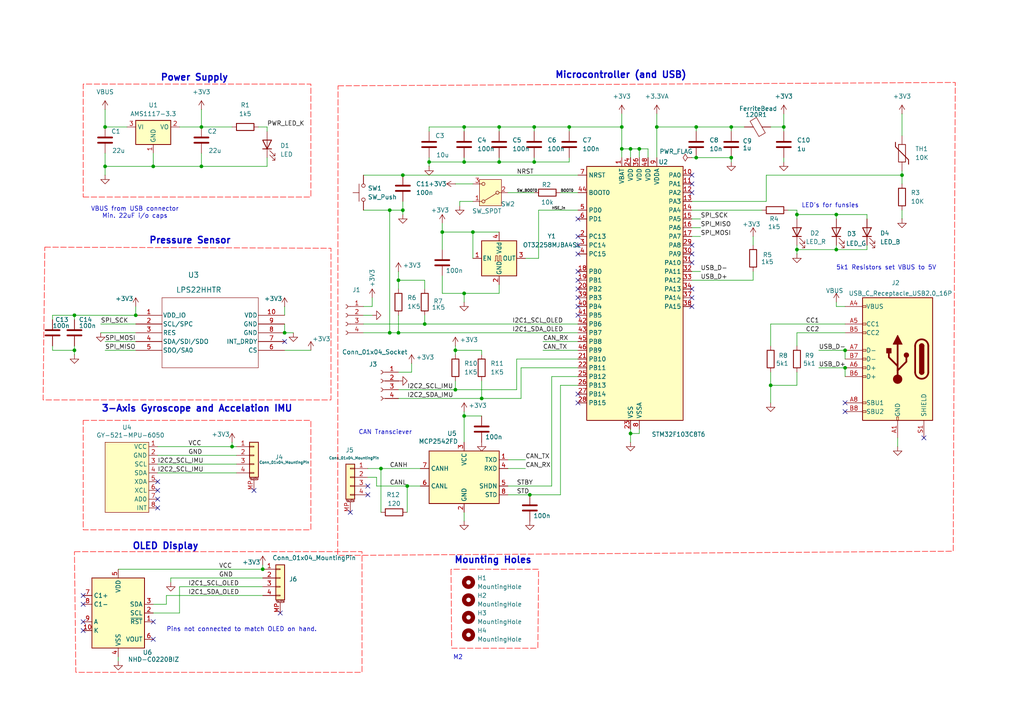
<source format=kicad_sch>
(kicad_sch (version 20250114) (generator "eeschema") (generator_version "9.0")
  (paper "A4")
  (title_block (title "EcoCar Onboarding PCB") (date "2025-09-13") (rev "0.2") (company "EcoCar"))
  (text "Pressure Sensor\n" (at 55.118 69.85 0) (effects (font (size 1.905 1.905) (thickness 0.381) (bold yes))))
  (text "OLED Display\n" (at 48.006 158.496 0) (effects (font (size 1.905 1.905) (thickness 0.381) (bold yes))))
  (text "Mounting Holes" (at 143.002 162.56 0) (effects (font (size 1.905 1.905) (thickness 0.381) (bold yes))))
  (text "Pins not connected to match OLED on hand.\n" (at 70.104 182.626 0) (effects (font (size 1.27 1.27) (thickness 0.1588))))
  (text "Microcontroller (and USB)\n" (at 180.086 21.844 0) (effects (font (size 1.905 1.905) (thickness 0.381) (bold yes))))
  (text "LED's for funsies\n" (at 240.792 59.69 0) (effects (font (size 1.27 1.27))))
  (text "Power Supply\n" (at 56.388 22.606 0) (effects (font (size 1.905 1.905) (thickness 0.381) (bold yes))))
  (text "VBUS from USB connector\nMin. 22uF i/o caps\n" (at 39.116 61.722 0) (effects (font (size 1.27 1.27))))
  (text "M2\n" (at 132.842 190.754 0) (effects (font (size 1.27 1.27) (thickness 0.1588))))
  (text "CAN Transciever" (at 111.76 125.476 0) (effects (font (size 1.27 1.27))))
  (text "3-Axis Gyroscope and Accelation IMU\n\n" (at 57.15 120.142 0) (effects (font (size 1.905 1.905) (thickness 0.381) (bold yes))))
  (text "5k1 Resistors set VBUS to 5V\n" (at 257.048 77.724 0) (effects (font (size 1.27 1.27))))
  (junction (at 144.78 46.99))
  (junction (at 110.49 135.89))
  (junction (at 154.94 46.99))
  (junction (at 132.08 101.6))
  (junction (at 212.09 45.72))
  (junction (at 30.48 36.83))
  (junction (at 113.03 60.96))
  (junction (at 21.59 91.44))
  (junction (at 134.62 36.83))
  (junction (at 245.11 106.68))
  (junction (at 242.57 72.39))
  (junction (at 231.14 62.23))
  (junction (at 58.42 48.26))
  (junction (at 30.48 48.26))
  (junction (at 113.03 96.52))
  (junction (at 134.62 85.09))
  (junction (at 201.93 45.72))
  (junction (at 115.57 81.28))
  (junction (at 182.88 125.73))
  (junction (at 182.88 43.18))
  (junction (at 134.62 120.65))
  (junction (at 58.42 36.83))
  (junction (at 39.37 91.44))
  (junction (at 128.27 67.31))
  (junction (at 44.45 48.26))
  (junction (at 212.09 36.83))
  (junction (at 261.62 50.8))
  (junction (at 137.16 67.31))
  (junction (at 165.1 36.83))
  (junction (at 124.46 46.99))
  (junction (at 132.08 113.03))
  (junction (at 144.78 36.83))
  (junction (at 242.57 62.23))
  (junction (at 227.33 36.83))
  (junction (at 134.62 46.99))
  (junction (at 118.11 140.97))
  (junction (at 116.84 60.96))
  (junction (at 223.52 111.76))
  (junction (at 201.93 36.83))
  (junction (at 153.67 143.51))
  (junction (at 139.7 115.57))
  (junction (at 154.94 36.83))
  (junction (at 180.34 43.18))
  (junction (at 116.84 50.8))
  (junction (at 82.55 96.52))
  (junction (at 245.11 101.6))
  (junction (at 231.14 72.39))
  (junction (at 190.5 36.83))
  (junction (at 185.42 43.18))
  (junction (at 123.19 93.98))
  (junction (at 76.2 165.1))
  (junction (at 21.59 101.6))
  (junction (at 180.34 36.83))
  (junction (at 67.31 129.54))
  (junction (at 115.57 96.52))
  (no_connect (at 44.45 185.42))
  (no_connect (at 200.66 73.66))
  (no_connect (at 167.64 116.84))
  (no_connect (at 106.68 140.97))
  (no_connect (at 167.64 86.36))
  (no_connect (at 167.64 81.28))
  (no_connect (at 101.6 148.59))
  (no_connect (at 24.13 180.34))
  (no_connect (at 167.64 83.82))
  (no_connect (at 200.66 88.9))
  (no_connect (at 200.66 83.82))
  (no_connect (at 45.72 142.24))
  (no_connect (at 81.28 177.8))
  (no_connect (at 167.64 71.12))
  (no_connect (at 200.66 55.88))
  (no_connect (at 167.64 78.74))
  (no_connect (at 167.64 91.44))
  (no_connect (at 200.66 76.2))
  (no_connect (at 82.55 99.06))
  (no_connect (at 200.66 53.34))
  (no_connect (at 200.66 71.12))
  (no_connect (at 245.11 116.84))
  (no_connect (at 200.66 86.36))
  (no_connect (at 106.68 143.51))
  (no_connect (at 167.64 63.5))
  (no_connect (at 167.64 68.58))
  (no_connect (at 73.66 142.24))
  (no_connect (at 45.72 144.78))
  (no_connect (at 167.64 114.3))
  (no_connect (at 45.72 139.7))
  (no_connect (at 200.66 50.8))
  (no_connect (at 167.64 88.9))
  (no_connect (at 24.13 172.72))
  (no_connect (at 45.72 147.32))
  (no_connect (at 24.13 182.88))
  (no_connect (at 245.11 119.38))
  (no_connect (at 44.45 180.34))
  (no_connect (at 167.64 73.66))
  (no_connect (at 267.97 127))
  (no_connect (at 24.13 175.26))
  (wire (pts (xy 52.07 170.18) (xy 52.07 177.8)))
  (wire (pts (xy 116.84 58.42) (xy 116.84 60.96)))
  (wire (pts (xy 242.57 62.23) (xy 242.57 63.5)))
  (wire (pts (xy 144.78 46.99) (xy 154.94 46.99)))
  (wire (pts (xy 200.66 78.74) (xy 203.2 78.74)))
  (wire (pts (xy 200.66 45.72) (xy 201.93 45.72)))
  (wire (pts (xy 251.46 72.39) (xy 242.57 72.39)))
  (wire (pts (xy 58.42 36.83) (xy 67.31 36.83)))
  (wire (pts (xy 261.62 50.8) (xy 222.25 50.8)))
  (wire (pts (xy 128.27 67.31) (xy 137.16 67.31)))
  (wire (pts (xy 245.11 101.6) (xy 245.11 104.14)))
  (wire (pts (xy 139.7 110.49) (xy 139.7 115.57)))
  (wire (pts (xy 157.48 99.06) (xy 167.64 99.06)))
  (wire (pts (xy 147.32 133.35) (xy 152.4 133.35)))
  (wire (pts (xy 180.34 43.18) (xy 180.34 45.72)))
  (wire (pts (xy 115.57 107.95) (xy 119.38 107.95)))
  (wire (pts (xy 124.46 46.99) (xy 124.46 48.26)))
  (wire (pts (xy 82.55 88.9) (xy 82.55 91.44)))
  (wire (pts (xy 115.57 113.03) (xy 132.08 113.03)))
  (wire (pts (xy 30.48 101.6) (xy 39.37 101.6)))
  (wire (pts (xy 180.34 33.02) (xy 180.34 36.83)))
  (wire (pts (xy 182.88 43.18) (xy 185.42 43.18)))
  (wire (pts (xy 227.33 45.72) (xy 227.33 46.99)))
  (wire (pts (xy 147.32 55.88) (xy 154.94 55.88)))
  (wire (pts (xy 52.07 177.8) (xy 44.45 177.8)))
  (wire (pts (xy 144.78 36.83) (xy 134.62 36.83)))
  (wire (pts (xy 132.08 100.33) (xy 132.08 101.6)))
  (wire (pts (xy 151.13 106.68) (xy 167.64 106.68)))
  (wire (pts (xy 242.57 71.12) (xy 242.57 72.39)))
  (wire (pts (xy 182.88 125.73) (xy 185.42 125.73)))
  (wire (pts (xy 52.07 36.83) (xy 58.42 36.83)))
  (wire (pts (xy 123.19 93.98) (xy 167.64 93.98)))
  (wire (pts (xy 200.66 66.04) (xy 203.2 66.04)))
  (wire (pts (xy 39.37 88.9) (xy 39.37 91.44)))
  (wire (pts (xy 109.22 140.97) (xy 118.11 140.97)))
  (wire (pts (xy 15.24 101.6) (xy 15.24 100.33)))
  (wire (pts (xy 151.13 106.68) (xy 151.13 115.57)))
  (wire (pts (xy 144.78 46.99) (xy 134.62 46.99)))
  (wire (pts (xy 109.22 138.43) (xy 106.68 138.43)))
  (wire (pts (xy 105.41 88.9) (xy 107.95 88.9)))
  (wire (pts (xy 82.55 96.52) (xy 85.09 96.52)))
  (wire (pts (xy 30.48 48.26) (xy 30.48 50.8)))
  (wire (pts (xy 167.64 109.22) (xy 160.02 109.22)))
  (wire (pts (xy 156.21 60.96) (xy 167.64 60.96)))
  (wire (pts (xy 29.21 96.52) (xy 39.37 96.52)))
  (wire (pts (xy 156.21 60.96) (xy 156.21 74.93)))
  (wire (pts (xy 231.14 96.52) (xy 245.11 96.52)))
  (wire (pts (xy 113.03 96.52) (xy 113.03 60.96)))
  (wire (pts (xy 223.52 93.98) (xy 223.52 100.33)))
  (wire (pts (xy 139.7 101.6) (xy 139.7 102.87)))
  (wire (pts (xy 132.08 113.03) (xy 149.86 113.03)))
  (wire (pts (xy 261.62 50.8) (xy 261.62 53.34)))
  (wire (pts (xy 109.22 140.97) (xy 109.22 138.43)))
  (wire (pts (xy 128.27 72.39) (xy 128.27 67.31)))
  (wire (pts (xy 223.52 111.76) (xy 231.14 111.76)))
  (wire (pts (xy 153.67 143.51) (xy 162.56 143.51)))
  (wire (pts (xy 182.88 125.73) (xy 182.88 124.46)))
  (wire (pts (xy 45.72 134.62) (xy 68.58 134.62)))
  (wire (pts (xy 154.94 36.83) (xy 154.94 38.1)))
  (wire (pts (xy 242.57 87.63) (xy 242.57 88.9)))
  (wire (pts (xy 165.1 36.83) (xy 165.1 38.1)))
  (wire (pts (xy 180.34 43.18) (xy 182.88 43.18)))
  (wire (pts (xy 134.62 46.99) (xy 124.46 46.99)))
  (wire (pts (xy 134.62 45.72) (xy 134.62 46.99)))
  (wire (pts (xy 15.24 101.6) (xy 21.59 101.6)))
  (wire (pts (xy 223.52 107.95) (xy 223.52 111.76)))
  (wire (pts (xy 116.84 62.23) (xy 116.84 60.96)))
  (wire (pts (xy 237.49 106.68) (xy 245.11 106.68)))
  (wire (pts (xy 147.32 143.51) (xy 153.67 143.51)))
  (wire (pts (xy 152.4 74.93) (xy 156.21 74.93)))
  (wire (pts (xy 231.14 73.66) (xy 231.14 72.39)))
  (wire (pts (xy 105.41 91.44) (xy 107.95 91.44)))
  (wire (pts (xy 167.64 101.6) (xy 157.48 101.6)))
  (wire (pts (xy 116.84 50.8) (xy 167.64 50.8)))
  (wire (pts (xy 231.14 62.23) (xy 242.57 62.23)))
  (wire (pts (xy 77.47 45.72) (xy 77.47 48.26)))
  (wire (pts (xy 128.27 64.77) (xy 128.27 67.31)))
  (wire (pts (xy 200.66 63.5) (xy 203.2 63.5)))
  (wire (pts (xy 15.24 91.44) (xy 15.24 92.71)))
  (wire (pts (xy 15.24 91.44) (xy 21.59 91.44)))
  (wire (pts (xy 49.53 167.64) (xy 76.2 167.64)))
  (wire (pts (xy 185.42 125.73) (xy 185.42 124.46)))
  (wire (pts (xy 124.46 36.83) (xy 124.46 38.1)))
  (wire (pts (xy 45.72 137.16) (xy 68.58 137.16)))
  (wire (pts (xy 74.93 36.83) (xy 77.47 36.83)))
  (wire (pts (xy 182.88 43.18) (xy 182.88 45.72)))
  (wire (pts (xy 44.45 48.26) (xy 58.42 48.26)))
  (wire (pts (xy 133.35 58.42) (xy 137.16 58.42)))
  (wire (pts (xy 132.08 101.6) (xy 132.08 102.87)))
  (wire (pts (xy 134.62 120.65) (xy 139.7 120.65)))
  (wire (pts (xy 231.14 72.39) (xy 231.14 71.12)))
  (wire (pts (xy 106.68 135.89) (xy 110.49 135.89)))
  (wire (pts (xy 187.96 43.18) (xy 187.96 45.72)))
  (wire (pts (xy 48.26 172.72) (xy 48.26 175.26)))
  (wire (pts (xy 134.62 36.83) (xy 134.62 38.1)))
  (wire (pts (xy 134.62 120.65) (xy 134.62 119.38)))
  (wire (pts (xy 132.08 53.34) (xy 137.16 53.34)))
  (wire (pts (xy 227.33 33.02) (xy 227.33 36.83)))
  (wire (pts (xy 218.44 78.74) (xy 218.44 81.28)))
  (wire (pts (xy 227.33 36.83) (xy 223.52 36.83)))
  (wire (pts (xy 223.52 111.76) (xy 223.52 116.84)))
  (wire (pts (xy 160.02 109.22) (xy 160.02 140.97)))
  (wire (pts (xy 45.72 132.08) (xy 68.58 132.08)))
  (wire (pts (xy 231.14 62.23) (xy 231.14 63.5)))
  (wire (pts (xy 190.5 36.83) (xy 190.5 45.72)))
  (wire (pts (xy 200.66 81.28) (xy 218.44 81.28)))
  (wire (pts (xy 231.14 100.33) (xy 231.14 96.52)))
  (wire (pts (xy 132.08 101.6) (xy 139.7 101.6)))
  (wire (pts (xy 167.64 111.76) (xy 162.56 111.76)))
  (wire (pts (xy 137.16 67.31) (xy 137.16 74.93)))
  (wire (pts (xy 105.41 93.98) (xy 123.19 93.98)))
  (wire (pts (xy 76.2 163.83) (xy 76.2 165.1)))
  (wire (pts (xy 58.42 44.45) (xy 58.42 48.26)))
  (wire (pts (xy 223.52 93.98) (xy 245.11 93.98)))
  (wire (pts (xy 132.08 110.49) (xy 132.08 113.03)))
  (wire (pts (xy 144.78 82.55) (xy 144.78 85.09)))
  (wire (pts (xy 44.45 44.45) (xy 44.45 48.26)))
  (wire (pts (xy 119.38 105.41) (xy 119.38 107.95)))
  (wire (pts (xy 201.93 36.83) (xy 201.93 38.1)))
  (wire (pts (xy 212.09 36.83) (xy 215.9 36.83)))
  (wire (pts (xy 149.86 104.14) (xy 167.64 104.14)))
  (wire (pts (xy 21.59 101.6) (xy 21.59 100.33)))
  (wire (pts (xy 128.27 85.09) (xy 134.62 85.09)))
  (wire (pts (xy 115.57 115.57) (xy 139.7 115.57)))
  (wire (pts (xy 113.03 60.96) (xy 116.84 60.96)))
  (wire (pts (xy 261.62 33.02) (xy 261.62 39.37)))
  (wire (pts (xy 228.6 60.96) (xy 231.14 60.96)))
  (wire (pts (xy 190.5 36.83) (xy 201.93 36.83)))
  (wire (pts (xy 165.1 36.83) (xy 154.94 36.83)))
  (wire (pts (xy 251.46 62.23) (xy 251.46 63.5)))
  (wire (pts (xy 261.62 49.53) (xy 261.62 50.8)))
  (wire (pts (xy 21.59 102.87) (xy 21.59 101.6)))
  (wire (pts (xy 105.41 50.8) (xy 116.84 50.8)))
  (wire (pts (xy 34.29 165.1) (xy 76.2 165.1)))
  (wire (pts (xy 34.29 190.5) (xy 34.29 191.77)))
  (wire (pts (xy 137.16 67.31) (xy 144.78 67.31)))
  (wire (pts (xy 251.46 71.12) (xy 251.46 72.39)))
  (wire (pts (xy 110.49 135.89) (xy 121.92 135.89)))
  (wire (pts (xy 115.57 83.82) (xy 115.57 81.28)))
  (wire (pts (xy 185.42 43.18) (xy 185.42 45.72)))
  (wire (pts (xy 144.78 36.83) (xy 154.94 36.83)))
  (wire (pts (xy 231.14 60.96) (xy 231.14 62.23)))
  (wire (pts (xy 113.03 96.52) (xy 115.57 96.52)))
  (wire (pts (xy 190.5 33.02) (xy 190.5 36.83)))
  (wire (pts (xy 58.42 31.75) (xy 58.42 36.83)))
  (wire (pts (xy 123.19 81.28) (xy 115.57 81.28)))
  (wire (pts (xy 21.59 91.44) (xy 39.37 91.44)))
  (wire (pts (xy 260.35 127) (xy 260.35 129.54)))
  (wire (pts (xy 162.56 55.88) (xy 167.64 55.88)))
  (wire (pts (xy 222.25 58.42) (xy 200.66 58.42)))
  (wire (pts (xy 82.55 101.6) (xy 90.17 101.6)))
  (wire (pts (xy 118.11 140.97) (xy 121.92 140.97)))
  (wire (pts (xy 231.14 107.95) (xy 231.14 111.76)))
  (wire (pts (xy 107.95 86.36) (xy 107.95 88.9)))
  (wire (pts (xy 115.57 91.44) (xy 115.57 96.52)))
  (wire (pts (xy 144.78 45.72) (xy 144.78 46.99)))
  (wire (pts (xy 110.49 135.89) (xy 110.49 148.59)))
  (wire (pts (xy 165.1 46.99) (xy 154.94 46.99)))
  (wire (pts (xy 201.93 36.83) (xy 212.09 36.83)))
  (wire (pts (xy 144.78 36.83) (xy 144.78 38.1)))
  (wire (pts (xy 115.57 78.74) (xy 115.57 81.28)))
  (wire (pts (xy 212.09 45.72) (xy 212.09 46.99)))
  (wire (pts (xy 134.62 151.13) (xy 134.62 148.59)))
  (wire (pts (xy 115.57 96.52) (xy 167.64 96.52)))
  (wire (pts (xy 30.48 36.83) (xy 36.83 36.83)))
  (wire (pts (xy 49.53 167.64) (xy 49.53 168.91)))
  (wire (pts (xy 134.62 120.65) (xy 134.62 128.27)))
  (wire (pts (xy 261.62 60.96) (xy 261.62 63.5)))
  (wire (pts (xy 134.62 85.09) (xy 144.78 85.09)))
  (wire (pts (xy 227.33 36.83) (xy 227.33 38.1)))
  (wire (pts (xy 67.31 128.27) (xy 67.31 129.54)))
  (wire (pts (xy 68.58 129.54) (xy 67.31 129.54)))
  (wire (pts (xy 30.48 48.26) (xy 44.45 48.26)))
  (wire (pts (xy 185.42 43.18) (xy 187.96 43.18)))
  (wire (pts (xy 118.11 140.97) (xy 118.11 148.59)))
  (wire (pts (xy 180.34 36.83) (xy 180.34 43.18)))
  (wire (pts (xy 182.88 125.73) (xy 182.88 128.27)))
  (wire (pts (xy 180.34 36.83) (xy 165.1 36.83)))
  (wire (pts (xy 30.48 44.45) (xy 30.48 48.26)))
  (wire (pts (xy 154.94 45.72) (xy 154.94 46.99)))
  (wire (pts (xy 123.19 91.44) (xy 123.19 93.98)))
  (wire (pts (xy 162.56 111.76) (xy 162.56 143.51)))
  (wire (pts (xy 67.31 129.54) (xy 45.72 129.54)))
  (wire (pts (xy 242.57 72.39) (xy 231.14 72.39)))
  (wire (pts (xy 222.25 50.8) (xy 222.25 58.42)))
  (wire (pts (xy 200.66 60.96) (xy 220.98 60.96)))
  (wire (pts (xy 147.32 135.89) (xy 152.4 135.89)))
  (wire (pts (xy 77.47 36.83) (xy 77.47 38.1)))
  (wire (pts (xy 128.27 80.01) (xy 128.27 85.09)))
  (wire (pts (xy 237.49 101.6) (xy 245.11 101.6)))
  (wire (pts (xy 165.1 45.72) (xy 165.1 46.99)))
  (wire (pts (xy 82.55 93.98) (xy 82.55 96.52)))
  (wire (pts (xy 105.41 60.96) (xy 113.03 60.96)))
  (wire (pts (xy 29.21 93.98) (xy 39.37 93.98)))
  (wire (pts (xy 200.66 68.58) (xy 203.2 68.58)))
  (wire (pts (xy 245.11 106.68) (xy 245.11 109.22)))
  (wire (pts (xy 134.62 36.83) (xy 124.46 36.83)))
  (wire (pts (xy 134.62 85.09) (xy 134.62 87.63)))
  (wire (pts (xy 133.35 59.69) (xy 133.35 58.42)))
  (wire (pts (xy 30.48 31.75) (xy 30.48 36.83)))
  (wire (pts (xy 123.19 83.82) (xy 123.19 81.28)))
  (wire (pts (xy 139.7 115.57) (xy 151.13 115.57)))
  (wire (pts (xy 48.26 172.72) (xy 76.2 172.72)))
  (wire (pts (xy 77.47 48.26) (xy 58.42 48.26)))
  (wire (pts (xy 212.09 36.83) (xy 212.09 38.1)))
  (wire (pts (xy 21.59 91.44) (xy 21.59 92.71)))
  (wire (pts (xy 218.44 68.58) (xy 218.44 71.12)))
  (wire (pts (xy 201.93 45.72) (xy 212.09 45.72)))
  (wire (pts (xy 52.07 170.18) (xy 76.2 170.18)))
  (wire (pts (xy 242.57 62.23) (xy 251.46 62.23)))
  (wire (pts (xy 30.48 99.06) (xy 39.37 99.06)))
  (wire (pts (xy 242.57 88.9) (xy 245.11 88.9)))
  (wire (pts (xy 147.32 140.97) (xy 160.02 140.97)))
  (wire (pts (xy 149.86 113.03) (xy 149.86 104.14)))
  (wire (pts (xy 105.41 96.52) (xy 113.03 96.52)))
  (wire (pts (xy 48.26 175.26) (xy 44.45 175.26)))
  (wire (pts (xy 124.46 45.72) (xy 124.46 46.99)))
  (label "SPI_SCK" (at 29.21 93.98 0))
  (label "CANH" (at 113.03 135.89 0))
  (label "GND" (at 54.61 132.08 0))
  (label "SPI_MOSI" (at 203.2 68.58 0))
  (label "CC1" (at 233.68 93.98 0))
  (label "I2C2_SCL_IMU" (at 45.72 134.62 0))
  (label "CAN_RX" (at 152.4 135.89 0))
  (label "CC2" (at 233.68 96.52 0))
  (label "USB_D+" (at 203.2 81.28 0))
  (label "USB_D-" (at 237.49 101.6 0))
  (label "CAN_RX" (at 157.48 99.06 0))
  (label "PWR_LED_K" (at 77.47 36.83 0))
  (label "SPI_MISO" (at 30.48 101.6 0))
  (label "GND" (at 63.5 167.64 0))
  (label "I2C1_SDA_OLED" (at 148.59 96.52 0))
  (label "SPI_MISO" (at 203.2 66.04 0))
  (label "CAN_TX" (at 157.48 101.6 0))
  (label "I2C1_SDA_OLED" (at 54.61 172.72 0))
  (label "I2C2_SCL_IMU" (at 118.11 113.03 0))
  (label "USB_D-" (at 203.2 78.74 0))
  (label "CAN_TX" (at 152.4 133.35 0))
  (label "HSE_in" (at 160.02 60.96 0) (effects (font (size 0.762 0.762))))
  (label "I2C2_SCL_IMU" (at 45.72 137.16 0))
  (label "STD" (at 149.86 143.51 0))
  (label "SPI_MOSI" (at 30.48 99.06 0))
  (label "USB_D+" (at 237.49 106.68 0))
  (label "CANL" (at 113.03 140.97 0))
  (label "BOOT0" (at 162.56 55.88 0) (effects (font (size 0.762 0.762))))
  (label "SW_BOOT0" (at 149.86 55.88 0) (effects (font (size 0.762 0.762))))
  (label "I2C1_SCL_OLED" (at 148.59 93.98 0))
  (label "I2C1_SCL_OLED" (at 54.61 170.18 0))
  (label "VCC" (at 63.5 165.1 0))
  (label "VCC" (at 54.61 129.54 0))
  (label "NRST" (at 149.86 50.8 0))
  (label "SPI_SCK" (at 203.2 63.5 0))
  (label "STBY" (at 149.86 140.97 0))
  (label "I2C2_SDA_IMU" (at 118.11 115.57 0))
  (rule_area (polyline (pts (xy 24.13 57.15) (xy 90.17 57.15) (xy 90.17 24.384) (xy 24.13 24.384)) (stroke (width 0) (type dash))))
  (rule_area (polyline (pts (xy 13 71.68) (xy 96 72) (xy 96 116) (xy 12.5 116)) (stroke (width 0) (type dash))))
  (rule_area (polyline (pts (xy 98.0422 24.8934) (xy 277.064 23.914) (xy 276.4715 159.873) (xy 97.9577 161.1064)) (stroke (width 0) (type dash))))
  (rule_area (polyline (pts (xy 24.13 121.92) (xy 90.17 121.92) (xy 90.17 153.67) (xy 24.13 153.67)) (stroke (width 0) (type dash))))
  (rule_area (polyline (pts (xy 21.59 160.02) (xy 105 160) (xy 105 195) (xy 22 195)) (stroke (width 0) (type dash))))
  (rule_area (polyline (pts (xy 130.81 165.1) (xy 131 188) (xy 156 188) (xy 156.21 165.1)) (stroke (width 0) (type dash))))
  (symbol (lib_id "Device:C") (at 165.1 41.91 0) (unit 1)
    (property "Reference" "C7" (at 168.91 40.6399 0) (effects (justify left)))
    (property "Value" "100n" (at 168.91 43.1799 0) (effects (justify left)))
    (property "Footprint" "Capacitor_SMD:C_0805_2012Metric_Pad1.18x1.45mm_HandSolder" (effects (hide yes)))
    (property "Description" "Unpolarized capacitor" (effects (hide yes)))
  )
  (symbol (lib_id "power:GND") (at 21.59 102.87 0) (unit 1)
    (property "Reference" "#PWR029" (effects (hide yes)))
    (property "Value" "GND" (effects (hide yes)))
    (property "Description" "Power symbol creates a global label with name \"GND\" , ground" (effects (hide yes)))
  )
  (symbol (lib_id "Device:Thermistor") (at 261.62 44.45 0) (unit 1)
    (property "Reference" "TH1" (at 265.43 43.1799 0) (effects (justify left)))
    (property "Value" "10K" (at 265.43 45.7199 0) (effects (justify left)))
    (property "Footprint" "LED_THT:LED_D4.0mm" (effects (hide yes)))
    (property "Description" "Temperature dependent resistor" (effects (hide yes)))
  )
  (symbol (lib_id "MCU_ST_STM32F1:STM32F103C8Tx") (at 182.88 86.36 0) (unit 1)
    (property "Reference" "U2" (at 191.008 46.99 0) (effects (justify left)))
    (property "Value" "STM32F103C8T6" (at 188.976 125.984 0) (effects (justify left)))
    (property "Footprint" "Package_QFP:LQFP-48_7x7mm_P0.5mm" (effects (hide yes)))
    (property "Datasheet" "https://www.st.com/resource/en/datasheet/stm32f103c8.pdf" (effects (hide yes)))
    (property "Description" "STMicroelectronics Arm Cortex-M3 MCU, 64KB flash, 20KB RAM, 72 MHz, 2.0-3.6V, 37 GPIO, LQFP48" (effects (hide yes)))
  )
  (symbol (lib_id "Device:LED") (at 251.46 67.31 90) (unit 1)
    (property "Reference" "D4" (at 255.27 67.6274 90) (effects (justify right)))
    (property "Value" "LED_B" (at 255.27 70.1674 90) (effects (justify right)))
    (property "Footprint" "LED_SMD:LED_0603_1608Metric_Pad1.05x0.95mm_HandSolder" (effects (hide yes)))
    (property "Description" "Light emitting diode" (effects (hide yes)))
    (property "Sim.Pins" "1=K 2=A" (effects (hide yes)))
  )
  (symbol (lib_id "power:GND") (at 260.35 129.54 0) (unit 1)
    (property "Reference" "#PWR036" (effects (hide yes)))
    (property "Value" "GND" (effects (hide yes)))
    (property "Description" "Power symbol creates a global label with name \"GND\" , ground" (effects (hide yes)))
  )
  (symbol (lib_id "power:GND") (at 134.62 87.63 0) (unit 1)
    (property "Reference" "#PWR020" (effects (hide yes)))
    (property "Value" "GND" (effects (hide yes)))
    (property "Description" "Power symbol creates a global label with name \"GND\" , ground" (effects (hide yes)))
  )
  (symbol (lib_id "Connector:USB_C_Receptacle_USB2.0_16P") (at 260.35 104.14 0) (mirror y) (unit 1)
    (property "Reference" "J2" (at 258.572 82.042 0) (effects (justify right)))
    (property "Value" "USB_C_Receptacle_USB2.0_16P" (at 246.126 85.09 0) (effects (justify right)))
    (property "Footprint" "Connector_USB:USB_C_Receptacle_Palconn_UTC16-G" (effects (hide yes)))
    (property "Datasheet" "https://www.usb.org/sites/default/files/documents/usb_type-c.zip" (effects (hide yes)))
    (property "Description" "USB 2.0-only 16P Type-C Receptacle connector" (effects (hide yes)))
  )
  (symbol (lib_id "Device:C") (at 212.09 41.91 0) (unit 1)
    (property "Reference" "C9" (at 215.392 40.894 0) (effects (justify left)))
    (property "Value" "1u" (at 215.392 42.926 0) (effects (justify left)))
    (property "Footprint" "Capacitor_SMD:C_0805_2012Metric_Pad1.18x1.45mm_HandSolder" (effects (hide yes)))
    (property "Description" "Unpolarized capacitor" (effects (hide yes)))
  )
  (symbol (lib_id "power:GND") (at 85.09 96.52 0) (unit 1)
    (property "Reference" "#PWR026" (effects (hide yes)))
    (property "Value" "GND" (effects (hide yes)))
    (property "Description" "Power symbol creates a global label with name \"GND\" , ground" (effects (hide yes)))
  )
  (symbol (lib_id "Connector_Generic_MountingPin:Conn_01x04_MountingPin") (at 73.66 132.08 0) (unit 1)
    (property "Reference" "J4" (at 79.756 132.588 0) (effects (justify left)))
    (property "Value" "Conn_01x04_MountingPin" (at 75.184 134.112 0) (effects (font (size 0.762 0.762)) (justify left)))
    (property "Description" "Generic connectable mounting pin connector, single row, 01x04, script generated (kicad-library-utils/schlib/autogen/connector/)" (effects (hide yes)))
  )
  (symbol (lib_id "Mechanical:MountingHole") (at 135.89 168.91 0) (unit 1) (in_bom no)
    (property "Reference" "H1" (at 138.43 167.6399 0) (effects (justify left)))
    (property "Value" "MountingHole" (at 138.43 170.1799 0) (effects (justify left)))
    (property "Footprint" "MountingHole:MountingHole_2.2mm_M2" (effects (hide yes)))
    (property "Description" "Mounting Hole without connection" (effects (hide yes)))
  )
  (symbol (lib_id "Device:R") (at 158.75 55.88 90) (unit 1)
    (property "Reference" "R2" (at 158.496 53.594 90))
    (property "Value" "10k" (at 158.75 58.674 90))
    (property "Footprint" "Resistor_SMD:R_0805_2012Metric_Pad1.20x1.40mm_HandSolder" (effects (hide yes)))
    (property "Description" "Resistor" (effects (hide yes)))
  )
  (symbol (lib_id "power:GND") (at 107.95 91.44 90) (unit 1)
    (property "Reference" "#PWR024" (effects (hide yes)))
    (property "Value" "GND" (effects (hide yes)))
    (property "Description" "Power symbol creates a global label with name \"GND\" , ground" (effects (hide yes)))
  )
  (symbol (lib_id "Device:R") (at 115.57 87.63 0) (unit 1)
    (property "Reference" "R6" (at 118.11 86.3599 0) (effects (justify left)))
    (property "Value" "1K5" (at 118.11 88.8999 0) (effects (justify left)))
    (property "Footprint" "Resistor_SMD:R_0805_2012Metric_Pad1.20x1.40mm_HandSolder" (effects (hide yes)))
    (property "Description" "Resistor" (effects (hide yes)))
  )
  (symbol (lib_id "power:GND") (at 139.7 128.27 0) (unit 1)
    (property "Reference" "#PWR042" (effects (hide yes)))
    (property "Value" "GND" (effects (hide yes)))
    (property "Description" "Power symbol creates a global label with name \"GND\" , ground" (effects (hide yes)))
  )
  (symbol (lib_id "power:+3V3") (at 218.44 68.58 0) (unit 1)
    (property "Reference" "#PWR016" (effects (hide yes)))
    (property "Value" "+3V3" (at 217.932 65.024 0))
    (property "Description" "Power symbol creates a global label with name \"+3V3\"" (effects (hide yes)))
  )
  (symbol (lib_id "power:+3V3") (at 134.62 119.38 0) (unit 1)
    (property "Reference" "#PWR033" (effects (hide yes)))
    (property "Value" "+3V3" (at 135.89 117.602 0) (effects (justify left)))
    (property "Description" "Power symbol creates a global label with name \"+3V3\"" (effects (hide yes)))
  )
  (symbol (lib_id "Switch:SW_SPDT") (at 142.24 55.88 180) (unit 1)
    (property "Reference" "SW2" (at 147.32 59.182 0))
    (property "Value" "SW_SPDT" (at 141.224 61.214 0))
    (property "Footprint" "Button_Switch_SMD:SW_SPDT_CK_JS102011SAQN" (effects (hide yes)))
    (property "Description" "Switch, single pole double throw" (effects (hide yes)))
  )
  (symbol (lib_id "Device:C") (at 134.62 41.91 0) (unit 1)
    (property "Reference" "C4" (at 138.43 40.6399 0) (effects (justify left)))
    (property "Value" "100n" (at 138.43 43.1799 0) (effects (justify left)))
    (property "Footprint" "Capacitor_SMD:C_0805_2012Metric_Pad1.18x1.45mm_HandSolder" (effects (hide yes)))
    (property "Description" "Unpolarized capacitor" (effects (hide yes)))
  )
  (symbol (lib_id "power:PWR_FLAG") (at 200.66 45.72 90) (unit 1)
    (property "Reference" "#FLG01" (effects (hide yes)))
    (property "Value" "PWR_FLAG" (at 200.914 43.942 90) (effects (justify left)))
    (property "Description" "Special symbol for telling ERC where power comes from" (effects (hide yes)))
  )
  (symbol (lib_id "power:GND") (at 261.62 63.5 0) (unit 1)
    (property "Reference" "#PWR014" (effects (hide yes)))
    (property "Value" "GND" (effects (hide yes)))
    (property "Description" "Power symbol creates a global label with name \"GND\" , ground" (effects (hide yes)))
  )
  (symbol (lib_id "power:GND") (at 182.88 128.27 0) (unit 1)
    (property "Reference" "#PWR035" (effects (hide yes)))
    (property "Value" "GND" (effects (hide yes)))
    (property "Description" "Power symbol creates a global label with name \"GND\" , ground" (effects (hide yes)))
  )
  (symbol (lib_id "Device:R") (at 139.7 106.68 0) (unit 1)
    (property "Reference" "R11" (at 142.24 105.4099 0) (effects (justify left)))
    (property "Value" "1K5" (at 142.24 107.9499 0) (effects (justify left)))
    (property "Footprint" "Resistor_SMD:R_0805_2012Metric_Pad1.20x1.40mm_HandSolder" (effects (hide yes)))
    (property "Description" "Resistor" (effects (hide yes)))
  )
  (symbol (lib_id "power:GND") (at 231.14 73.66 0) (unit 1)
    (property "Reference" "#PWR017" (effects (hide yes)))
    (property "Value" "GND" (effects (hide yes)))
    (property "Description" "Power symbol creates a global label with name \"GND\" , ground" (effects (hide yes)))
  )
  (symbol (lib_id "power:VBUS") (at 30.48 31.75 0) (unit 1)
    (property "Reference" "#PWR01" (effects (hide yes)))
    (property "Value" "VBUS" (at 30.48 26.67 0))
    (property "Description" "Power symbol creates a global label with name \"VBUS\"" (effects (hide yes)))
  )
  (symbol (lib_id "power:GND") (at 115.57 110.49 90) (unit 1)
    (property "Reference" "#PWR031" (effects (hide yes)))
    (property "Value" "GND" (effects (hide yes)))
    (property "Description" "Power symbol creates a global label with name \"GND\" , ground" (effects (hide yes)))
  )
  (symbol (lib_id "power:+3V3") (at 67.31 128.27 0) (unit 1)
    (property "Reference" "#PWR034" (effects (hide yes)))
    (property "Value" "+3V3" (at 64.008 125.984 0))
    (property "Description" "Power symbol creates a global label with name \"+3V3\"" (effects (hide yes)))
  )
  (symbol (lib_id "Mechanical:MountingHole") (at 135.89 173.99 0) (unit 1) (in_bom no)
    (property "Reference" "H2" (at 138.43 172.7199 0) (effects (justify left)))
    (property "Value" "MountingHole" (at 138.43 175.2599 0) (effects (justify left)))
    (property "Footprint" "MountingHole:MountingHole_2.2mm_M2" (effects (hide yes)))
    (property "Description" "Mounting Hole without connection" (effects (hide yes)))
  )
  (symbol (lib_id "power:GND") (at 212.09 46.99 0) (unit 1)
    (property "Reference" "#PWR07" (effects (hide yes)))
    (property "Value" "GND" (effects (hide yes)))
    (property "Description" "Power symbol creates a global label with name \"GND\" , ground" (effects (hide yes)))
  )
  (symbol (lib_id "power:GND") (at 34.29 191.77 0) (unit 1)
    (property "Reference" "#PWR041" (effects (hide yes)))
    (property "Value" "GND" (effects (hide yes)))
    (property "Description" "Power symbol creates a global label with name \"GND\" , ground" (effects (hide yes)))
  )
  (symbol (lib_id "Mechanical:MountingHole") (at 135.89 184.15 0) (unit 1) (in_bom no)
    (property "Reference" "H4" (at 138.43 182.8799 0) (effects (justify left)))
    (property "Value" "MountingHole" (at 138.43 185.4199 0) (effects (justify left)))
    (property "Footprint" "MountingHole:MountingHole_2.2mm_M2" (effects (hide yes)))
    (property "Description" "Mounting Hole without connection" (effects (hide yes)))
  )
  (symbol (lib_id "power:+3V3") (at 115.57 78.74 0) (unit 1)
    (property "Reference" "#PWR018" (effects (hide yes)))
    (property "Value" "+3V3" (at 116.84 76.962 0) (effects (justify left)))
    (property "Description" "Power symbol creates a global label with name \"+3V3\"" (effects (hide yes)))
  )
  (symbol (lib_id "Mechanical:MountingHole") (at 135.89 179.07 0) (unit 1) (in_bom no)
    (property "Reference" "H3" (at 138.43 177.7999 0) (effects (justify left)))
    (property "Value" "MountingHole" (at 138.43 180.3399 0) (effects (justify left)))
    (property "Footprint" "MountingHole:MountingHole_2.2mm_M2" (effects (hide yes)))
    (property "Description" "Mounting Hole without connection" (effects (hide yes)))
  )
  (symbol (lib_id "power:+3.3VA") (at 190.5 33.02 0) (unit 1)
    (property "Reference" "#PWR04" (effects (hide yes)))
    (property "Value" "+3.3VA" (at 190.5 27.94 0))
    (property "Description" "Power symbol creates a global label with name \"+3.3VA\"" (effects (hide yes)))
  )
  (symbol (lib_id "power:GND") (at 116.84 62.23 0) (unit 1)
    (property "Reference" "#PWR013" (effects (hide yes)))
    (property "Value" "GND" (effects (hide yes)))
    (property "Description" "Power symbol creates a global label with name \"GND\" , ground" (effects (hide yes)))
  )
  (symbol (lib_id "power:+3V3") (at 128.27 64.77 0) (unit 1)
    (property "Reference" "#PWR015" (effects (hide yes)))
    (property "Value" "+3V3" (at 124.968 60.96 0) (effects (justify left)))
    (property "Description" "Power symbol creates a global label with name \"+3V3\"" (effects (hide yes)))
  )
  (symbol (lib_id "Regulator_Linear:AMS1117-3.3") (at 44.45 36.83 0) (unit 1)
    (property "Reference" "U1" (at 44.45 30.48 0))
    (property "Value" "AMS1117-3.3" (at 44.45 33.02 0))
    (property "Footprint" "Package_TO_SOT_SMD:SOT-223-3_TabPin2" (effects (hide yes)))
    (property "Datasheet" "http://www.advanced-monolithic.com/pdf/ds1117.pdf" (effects (hide yes)))
    (property "Description" "1A Low Dropout regulator, positive, 3.3V fixed output, SOT-223" (effects (hide yes)))
  )
  (symbol (lib_id "power:GND") (at 133.35 59.69 0) (unit 1)
    (property "Reference" "#PWR012" (effects (hide yes)))
    (property "Value" "GND" (effects (hide yes)))
    (property "Description" "Power symbol creates a global label with name \"GND\" , ground" (effects (hide yes)))
  )
  (symbol (lib_id "Device:R") (at 218.44 74.93 0) (unit 1)
    (property "Reference" "R5" (at 221.234 73.914 0) (effects (justify left)))
    (property "Value" "1k5" (at 220.726 75.946 0) (effects (justify left)))
    (property "Footprint" "Resistor_SMD:R_0805_2012Metric_Pad1.20x1.40mm_HandSolder" (effects (hide yes)))
    (property "Description" "Resistor" (effects (hide yes)))
  )
  (symbol (lib_id "Device:LED") (at 242.57 67.31 90) (unit 1)
    (property "Reference" "D3" (at 245.618 67.818 90) (effects (justify right)))
    (property "Value" "LED_G" (at 245.364 70.612 90) (effects (justify right)))
    (property "Footprint" "LED_SMD:LED_0603_1608Metric_Pad1.05x0.95mm_HandSolder" (effects (hide yes)))
    (property "Description" "Light emitting diode" (effects (hide yes)))
    (property "Sim.Pins" "1=K 2=A" (effects (hide yes)))
  )
  (symbol (lib_id "Device:R") (at 224.79 60.96 270) (unit 1)
    (property "Reference" "R4" (at 224.536 63.5 90))
    (property "Value" "1k5" (at 224.536 65.786 90))
    (property "Footprint" "Resistor_SMD:R_0805_2012Metric_Pad1.20x1.40mm_HandSolder" (effects (hide yes)))
    (property "Description" "Resistor" (effects (hide yes)))
  )
  (symbol (lib_id "Device:FerriteBead") (at 219.71 36.83 270) (mirror x) (unit 1)
    (property "Reference" "120R1" (at 216.154 33.274 90) (effects (justify left)))
    (property "Value" "FerriteBead" (at 214.376 31.496 90) (effects (justify left)))
    (property "Footprint" "Ferrite_THT:LairdTech_28C0236-0JW-10" (effects (hide yes)))
    (property "Description" "Ferrite bead" (effects (hide yes)))
  )
  (symbol (lib_id "power:+3V3") (at 107.95 86.36 0) (unit 1)
    (property "Reference" "#PWR019" (effects (hide yes)))
    (property "Value" "+3V3" (at 107.95 83.312 90) (effects (justify left)))
    (property "Description" "Power symbol creates a global label with name \"+3V3\"" (effects (hide yes)))
  )
  (symbol (lib_id "Device:R") (at 132.08 106.68 0) (unit 1)
    (property "Reference" "R10" (at 134.62 105.4099 0) (effects (justify left)))
    (property "Value" "1K5" (at 134.62 107.9499 0) (effects (justify left)))
    (property "Footprint" "Resistor_SMD:R_0805_2012Metric_Pad1.20x1.40mm_HandSolder" (effects (hide yes)))
    (property "Description" "Resistor" (effects (hide yes)))
  )
  (symbol (lib_id "Device:C") (at 15.24 96.52 0) (unit 1)
    (property "Reference" "C13" (at 16.002 92.71 0) (effects (justify left)))
    (property "Value" "100n" (at 15.24 94.488 0) (effects (justify left)))
    (property "Footprint" "Capacitor_SMD:C_0805_2012Metric_Pad1.18x1.45mm_HandSolder" (effects (hide yes)))
    (property "Description" "Unpolarized capacitor" (effects (hide yes)))
  )
  (symbol (lib_id "power:GND") (at 153.67 151.13 0) (unit 1)
    (property "Reference" "#PWR038" (effects (hide yes)))
    (property "Value" "GND" (effects (hide yes)))
    (property "Description" "Power symbol creates a global label with name \"GND\" , ground" (effects (hide yes)))
  )
  (symbol (lib_id "Device:R") (at 123.19 87.63 0) (unit 1)
    (property "Reference" "R7" (at 125.73 87.376 0) (effects (justify left)))
    (property "Value" "1K5" (at 125.222 89.154 0) (effects (justify left)))
    (property "Footprint" "Resistor_SMD:R_0805_2012Metric_Pad1.20x1.40mm_HandSolder" (effects (hide yes)))
    (property "Description" "Resistor" (effects (hide yes)))
  )
  (symbol (lib_id "power:GND") (at 134.62 151.13 0) (unit 1)
    (property "Reference" "#PWR037" (effects (hide yes)))
    (property "Value" "GND" (effects (hide yes)))
    (property "Description" "Power symbol creates a global label with name \"GND\" , ground" (effects (hide yes)))
  )
  (symbol (lib_id "power:+3V3") (at 132.08 100.33 0) (unit 1)
    (property "Reference" "#PWR027" (effects (hide yes)))
    (property "Value" "+3V3" (at 133.35 98.552 0) (effects (justify left)))
    (property "Description" "Power symbol creates a global label with name \"+3V3\"" (effects (hide yes)))
  )
  (symbol (lib_id "Connector:Conn_01x04_Socket") (at 110.49 110.49 0) (mirror y) (unit 1)
    (property "Reference" "J3" (at 108.204 105.664 0))
    (property "Value" "Conn_01x04_Socket" (at 108.712 102.108 0))
    (property "Footprint" "Connector_Pin:Conn_01x04_pin" (effects (hide yes)))
    (property "Description" "Generic connector, single row, 01x04, script generated" (effects (hide yes)))
  )
  (symbol (lib_id "Device:C") (at 227.33 41.91 0) (unit 1)
    (property "Reference" "C10" (at 231.14 40.6399 0) (effects (justify left)))
    (property "Value" "1u" (at 231.14 43.1799 0) (effects (justify left)))
    (property "Footprint" "Capacitor_SMD:C_0805_2012Metric_Pad1.18x1.45mm_HandSolder" (effects (hide yes)))
    (property "Description" "Unpolarized capacitor" (effects (hide yes)))
  )
  (symbol (lib_id "power:GND") (at 124.46 48.26 0) (unit 1)
    (property "Reference" "#PWR09" (effects (hide yes)))
    (property "Value" "GND" (effects (hide yes)))
    (property "Description" "Power symbol creates a global label with name \"GND\" , ground" (effects (hide yes)))
  )
  (symbol (lib_id "Connector_Generic_MountingPin:Conn_01x04_MountingPin") (at 101.6 138.43 0) (mirror y) (unit 1)
    (property "Reference" "J5" (at 102.616 130.556 0) (effects (justify left)))
    (property "Value" "Conn_01x04_MountingPin" (at 109.982 132.842 0) (effects (font (size 0.762 0.762)) (justify left)))
    (property "Description" "Generic connectable mounting pin connector, single row, 01x04, script generated (kicad-library-utils/schlib/autogen/connector/)" (effects (hide yes)))
  )
  (symbol (lib_id "Device:LED") (at 231.14 67.31 90) (unit 1)
    (property "Reference" "D2" (at 234.95 67.6274 90) (effects (justify right)))
    (property "Value" "LED_R" (at 233.68 70.104 90) (effects (justify right)))
    (property "Footprint" "LED_SMD:LED_0603_1608Metric_Pad1.05x0.95mm_HandSolder" (effects (hide yes)))
    (property "Description" "Light emitting diode" (effects (hide yes)))
    (property "Sim.Pins" "1=K 2=A" (effects (hide yes)))
  )
  (symbol (lib_id "power:GND") (at 223.52 116.84 0) (unit 1)
    (property "Reference" "#PWR032" (effects (hide yes)))
    (property "Value" "GND" (effects (hide yes)))
    (property "Description" "Power symbol creates a global label with name \"GND\" , ground" (effects (hide yes)))
  )
  (symbol (lib_id "Device:C") (at 201.93 41.91 0) (unit 1)
    (property "Reference" "C8" (at 205.74 40.6399 0) (effects (justify left)))
    (property "Value" "10n" (at 205.74 43.1799 0) (effects (justify left)))
    (property "Footprint" "Capacitor_SMD:C_0805_2012Metric_Pad1.18x1.45mm_HandSolder" (effects (hide yes)))
    (property "Description" "Unpolarized capacitor" (effects (hide yes)))
  )
  (symbol (lib_id "power:+3V3") (at 119.38 105.41 0) (unit 1)
    (property "Reference" "#PWR030" (effects (hide yes)))
    (property "Value" "+3V3" (at 120.65 103.632 0) (effects (justify left)))
    (property "Description" "Power symbol creates a global label with name \"+3V3\"" (effects (hide yes)))
  )
  (symbol (lib_id "Device:C") (at 30.48 40.64 0) (unit 1)
    (property "Reference" "C1" (at 32.258 38.1 0) (effects (justify left)))
    (property "Value" "22u" (at 32.512 43.688 0) (effects (justify left)))
    (property "Footprint" "Capacitor_SMD:C_0805_2012Metric_Pad1.18x1.45mm_HandSolder" (effects (hide yes)))
    (property "Description" "Unpolarized capacitor" (effects (hide yes)))
  )
  (symbol (lib_id "power:+3V3") (at 180.34 33.02 0) (unit 1)
    (property "Reference" "#PWR03" (effects (hide yes)))
    (property "Value" "+3V3" (at 180.34 27.94 0))
    (property "Description" "Power symbol creates a global label with name \"+3V3\"" (effects (hide yes)))
  )
  (symbol (lib_id "Interface_CAN_LIN:TCAN330") (at 134.62 138.43 0) (mirror y) (unit 1)
    (property "Reference" "U5" (at 132.4767 125.73 0) (effects (justify left)))
    (property "Value" "MCP2542FD" (at 132.842 128.016 0) (effects (justify left)))
    (property "Footprint" "Audio_Module:SOIC8_4P9X3P9MC_MCH" (effects (hide yes)))
    (property "Datasheet" "http://www.ti.com/lit/ds/symlink/tcan337.pdf" (effects (hide yes)))
    (property "Description" "High-Speed CAN Transceiver, 1Mbps, 3.3V supply, silent mode, shutdown mode, SOT-23-8/SOIC-8" (effects (hide yes)))
  )
  (symbol (lib_id "Device:C") (at 21.59 96.52 0) (unit 1)
    (property "Reference" "C14" (at 22.86 92.71 0) (effects (justify left)))
    (property "Value" "100n" (at 22.86 94.488 0) (effects (justify left)))
    (property "Footprint" "Capacitor_SMD:C_0805_2012Metric_Pad1.18x1.45mm_HandSolder" (effects (hide yes)))
    (property "Description" "Unpolarized capacitor" (effects (hide yes)))
  )
  (symbol (lib_id "power:+3V3") (at 132.08 53.34 90) (unit 1)
    (property "Reference" "#PWR011" (effects (hide yes)))
    (property "Value" "+3V3" (at 129.54 53.34 90) (effects (justify left)))
    (property "Description" "Power symbol creates a global label with name \"+3V3\"" (effects (hide yes)))
  )
  (symbol (lib_id "Device:R") (at 114.3 148.59 90) (unit 1)
    (property "Reference" "R12" (at 114.046 143.51 90))
    (property "Value" "120" (at 114.3 146.05 90))
    (property "Footprint" "Resistor_SMD:R_0805_2012Metric_Pad1.20x1.40mm_HandSolder" (effects (hide yes)))
    (property "Description" "Resistor" (effects (hide yes)))
  )
  (symbol (lib_id "Device:C") (at 58.42 40.64 0) (unit 1)
    (property "Reference" "C2" (at 60.198 38.1 0) (effects (justify left)))
    (property "Value" "22u" (at 60.452 43.688 0) (effects (justify left)))
    (property "Footprint" "Capacitor_SMD:C_0805_2012Metric_Pad1.18x1.45mm_HandSolder" (effects (hide yes)))
    (property "Description" "Unpolarized capacitor" (effects (hide yes)))
  )
  (symbol (lib_id "Sensor_Pressure:LPS22HHTR") (at 39.37 91.44 0) (unit 1)
    (property "Reference" "U3" (at 56.134 79.756 0) (effects (font (size 1.524 1.524))))
    (property "Value" "LPS22HHTR" (at 57.658 84.074 0) (effects (font (size 1.524 1.524))))
    (property "Footprint" "HLGA-10L_2X2X0P73_STM" (effects (hide yes)))
    (property "Datasheet" "https://www.st.com/resource/en/datasheet/lps22hh.pdf" (effects (hide yes)))
  )
  (symbol (lib_id "Connector_Generic_MountingPin:Conn_01x04_MountingPin") (at 81.28 167.64 0) (unit 1)
    (property "Reference" "J6" (at 83.82 167.9955 0) (effects (justify left)))
    (property "Value" "Conn_01x04_MountingPin" (at 78.994 161.798 0) (effects (justify left)))
    (property "Description" "Generic connectable mounting pin connector, single row, 01x04, script generated (kicad-library-utils/schlib/autogen/connector/)" (effects (hide yes)))
  )
  (symbol (lib_id "Device:C") (at 144.78 41.91 0) (unit 1)
    (property "Reference" "C5" (at 148.59 40.6399 0) (effects (justify left)))
    (property "Value" "100n" (at 148.59 43.1799 0) (effects (justify left)))
    (property "Footprint" "Capacitor_SMD:C_0805_2012Metric_Pad1.18x1.45mm_HandSolder" (effects (hide yes)))
    (property "Description" "Unpolarized capacitor" (effects (hide yes)))
  )
  (symbol (lib_id "Display_Character:NHD-C0220BIZ") (at 34.29 177.8 0) (mirror y) (unit 1)
    (property "Reference" "U6" (at 41.402 189.23 0) (effects (justify right)))
    (property "Value" "NHD-C0220BIZ" (at 37.084 191.262 0) (effects (justify right)))
    (property "Footprint" "Display:Adafruit_SSD1306_No_Mounting_Holes" (effects (hide yes)))
    (property "Datasheet" "http://www.newhavendisplay.com/specs/NHD-C0220BiZ-FSW-FBW-3V3M.pdf" (effects (hide yes)))
    (property "Description" "LCD 20x2 Alphanumeric 10pin Blue/White/Green Backlight, i2c, 3.3V VDD" (effects (hide yes)))
  )
  (symbol (lib_id "power:+3V3") (at 90.17 101.6 0) (unit 1)
    (property "Reference" "#PWR028" (effects (hide yes)))
    (property "Value" "+3V3" (at 93.218 98.298 0))
    (property "Description" "Power symbol creates a global label with name \"+3V3\"" (effects (hide yes)))
  )
  (symbol (lib_id "Switch:SW_Push") (at 105.41 55.88 90) (unit 1)
    (property "Reference" "SW1" (at 106.68 54.6099 90) (effects (justify right)))
    (property "Value" "SW_Push" (at 106.68 57.1499 90) (effects (justify right)))
    (property "Description" "Push button switch, generic, two pins" (effects (hide yes)))
  )
  (symbol (lib_id "power:GND") (at 30.48 50.8 0) (unit 1)
    (property "Reference" "#PWR010" (effects (hide yes)))
    (property "Value" "GND" (effects (hide yes)))
    (property "Description" "Power symbol creates a global label with name \"GND\" , ground" (effects (hide yes)))
  )
  (symbol (lib_id "power:GND") (at 29.21 96.52 0) (unit 1)
    (property "Reference" "#PWR025" (effects (hide yes)))
    (property "Value" "GND" (effects (hide yes)))
    (property "Description" "Power symbol creates a global label with name \"GND\" , ground" (effects (hide yes)))
  )
  (symbol (lib_id "Oscillator:TXC-7C") (at 144.78 74.93 0) (unit 1)
    (property "Reference" "Y1" (at 160.02 68.5098 0))
    (property "Value" "OT32258MJBA4SL" (at 160.02 71.0498 0))
    (property "Footprint" "Oscillator:Oscillator_SMD_TXC_7C-4Pin_5.0x3.2mm" (effects (hide yes)))
    (property "Datasheet" "http://www.txccorp.com/download/products/osc/7C_o.pdf" (effects (hide yes)))
    (property "Description" "CMOS SMD Crystal Clock Oscillator, TXC" (effects (hide yes)))
  )
  (symbol (lib_id "Device:R") (at 261.62 57.15 0) (unit 1)
    (property "Reference" "R3" (at 264.16 55.8799 0) (effects (justify left)))
    (property "Value" "10K" (at 264.16 58.4199 0) (effects (justify left)))
    (property "Footprint" "Resistor_SMD:R_0805_2012Metric_Pad1.20x1.40mm_HandSolder" (effects (hide yes)))
    (property "Description" "Resistor" (effects (hide yes)))
  )
  (symbol (lib_id "Device:C") (at 124.46 41.91 0) (unit 1)
    (property "Reference" "C3" (at 126.238 39.37 0) (effects (justify left)))
    (property "Value" "10u" (at 126.492 44.958 0) (effects (justify left)))
    (property "Footprint" "Capacitor_SMD:C_0805_2012Metric_Pad1.18x1.45mm_HandSolder" (effects (hide yes)))
    (property "Description" "Unpolarized capacitor" (effects (hide yes)))
  )
  (symbol (lib_id "Device:C") (at 154.94 41.91 0) (unit 1)
    (property "Reference" "C6" (at 158.75 40.6399 0) (effects (justify left)))
    (property "Value" "100n" (at 158.75 43.1799 0) (effects (justify left)))
    (property "Footprint" "Capacitor_SMD:C_0805_2012Metric_Pad1.18x1.45mm_HandSolder" (effects (hide yes)))
    (property "Description" "Unpolarized capacitor" (effects (hide yes)))
  )
  (symbol (lib_id "power:GND") (at 49.53 168.91 0) (unit 1)
    (property "Reference" "#PWR040" (effects (hide yes)))
    (property "Value" "GND" (effects (hide yes)))
    (property "Description" "Power symbol creates a global label with name \"GND\" , ground" (effects (hide yes)))
  )
  (symbol (lib_id "Device:R") (at 231.14 104.14 0) (unit 1)
    (property "Reference" "R9" (at 233.426 103.124 0) (effects (justify left)))
    (property "Value" "5k1" (at 232.918 105.41 0) (effects (justify left)))
    (property "Footprint" "Resistor_SMD:R_0805_2012Metric_Pad1.20x1.40mm_HandSolder" (effects (hide yes)))
    (property "Description" "Resistor" (effects (hide yes)))
  )
  (symbol (lib_id "power:+3V3") (at 261.62 33.02 0) (unit 1)
    (property "Reference" "#PWR06" (effects (hide yes)))
    (property "Value" "+3V3" (at 261.62 27.94 0))
    (property "Description" "Power symbol creates a global label with name \"+3V3\"" (effects (hide yes)))
  )
  (symbol (lib_id "power:GND") (at 227.33 46.99 0) (unit 1)
    (property "Reference" "#PWR08" (effects (hide yes)))
    (property "Value" "GND" (effects (hide yes)))
    (property "Description" "Power symbol creates a global label with name \"GND\" , ground" (effects (hide yes)))
  )
  (symbol (lib_id "Device:LED") (at 77.47 41.91 90) (unit 1)
    (property "Reference" "D1" (at 81.28 42.2274 90) (effects (justify right)))
    (property "Value" "LED" (at 81.28 44.7674 90) (effects (justify right)))
    (property "Footprint" "LED_SMD:LED_0805_2012Metric" (effects (hide yes)))
    (property "Description" "Light emitting diode" (effects (hide yes)))
    (property "Sim.Pins" "1=K 2=A" (effects (hide yes)))
  )
  (symbol (lib_id "Device:R") (at 71.12 36.83 90) (unit 1)
    (property "Reference" "R1" (at 71.12 30.48 90))
    (property "Value" "1k5" (at 71.12 33.02 90))
    (property "Footprint" "Resistor_SMD:R_0805_2012Metric_Pad1.20x1.40mm_HandSolder" (effects (hide yes)))
    (property "Description" "Resistor" (effects (hide yes)))
  )
  (symbol (lib_id "Device:C") (at 153.67 147.32 0) (unit 1)
    (property "Reference" "C16" (effects (hide yes)))
    (property "Value" "100n" (at 154.686 149.606 0) (effects (justify left)))
    (property "Footprint" "Capacitor_SMD:C_0805_2012Metric_Pad1.18x1.45mm_HandSolder" (effects (hide yes)))
    (property "Description" "Unpolarized capacitor" (effects (hide yes)))
  )
  (symbol (lib_id "power:+3V3") (at 76.2 163.83 0) (unit 1)
    (property "Reference" "#PWR039" (effects (hide yes)))
    (property "Value" "+3V3" (at 72.898 163.068 0))
    (property "Description" "Power symbol creates a global label with name \"+3V3\"" (effects (hide yes)))
  )
  (symbol (lib_id "4xxx:IMU_GY_521") (at 27.94 132.08 0) (unit 1)
    (property "Reference" "U4" (at 36.83 123.952 0))
    (property "Value" "GY-521-MPU-6050" (at 37.846 126.238 0))
  )
  (symbol (lib_id "power:VBUS") (at 242.57 87.63 0) (unit 1)
    (property "Reference" "#PWR021" (effects (hide yes)))
    (property "Value" "VBUS" (at 242.062 84.328 0))
    (property "Description" "Power symbol creates a global label with name \"VBUS\"" (effects (hide yes)))
  )
  (symbol (lib_id "power:+3V3") (at 227.33 33.02 0) (unit 1)
    (property "Reference" "#PWR05" (effects (hide yes)))
    (property "Value" "+3V3" (at 227.33 27.94 0))
    (property "Description" "Power symbol creates a global label with name \"+3V3\"" (effects (hide yes)))
  )
  (symbol (lib_id "power:+3V3") (at 58.42 31.75 0) (unit 1)
    (property "Reference" "#PWR02" (effects (hide yes)))
    (property "Value" "+3V3" (at 58.42 26.67 0))
    (property "Description" "Power symbol creates a global label with name \"+3V3\"" (effects (hide yes)))
  )
  (symbol (lib_id "Device:R") (at 223.52 104.14 0) (unit 1)
    (property "Reference" "R8" (at 225.806 103.124 0) (effects (justify left)))
    (property "Value" "5k1" (at 225.044 105.41 0) (effects (justify left)))
    (property "Footprint" "Resistor_SMD:R_0805_2012Metric_Pad1.20x1.40mm_HandSolder" (effects (hide yes)))
    (property "Description" "Resistor" (effects (hide yes)))
  )
  (symbol (lib_id "Device:C") (at 116.84 54.61 0) (unit 1)
    (property "Reference" "C11" (at 120.65 53.3399 0) (effects (justify left)))
    (property "Value" "100n" (at 120.65 55.8799 0) (effects (justify left)))
    (property "Footprint" "Capacitor_SMD:C_0805_2012Metric_Pad1.18x1.45mm_HandSolder" (effects (hide yes)))
    (property "Description" "Unpolarized capacitor" (effects (hide yes)))
  )
  (symbol (lib_id "power:+3V3") (at 39.37 88.9 0) (unit 1)
    (property "Reference" "#PWR022" (effects (hide yes)))
    (property "Value" "+3V3" (at 36.068 86.614 0))
    (property "Description" "Power symbol creates a global label with name \"+3V3\"" (effects (hide yes)))
  )
  (symbol (lib_id "Device:C") (at 139.7 124.46 0) (unit 1)
    (property "Reference" "C15" (effects (hide yes)))
    (property "Value" "100n" (at 140.716 126.746 0) (effects (justify left)))
    (property "Footprint" "Capacitor_SMD:C_0805_2012Metric_Pad1.18x1.45mm_HandSolder" (effects (hide yes)))
    (property "Description" "Unpolarized capacitor" (effects (hide yes)))
  )
  (symbol (lib_id "power:+3V3") (at 82.55 88.9 0) (unit 1)
    (property "Reference" "#PWR023" (effects (hide yes)))
    (property "Value" "+3V3" (at 79.248 86.614 0))
    (property "Description" "Power symbol creates a global label with name \"+3V3\"" (effects (hide yes)))
  )
  (symbol (lib_id "Device:C") (at 128.27 76.2 0) (unit 1)
    (property "Reference" "C12" (effects (hide yes)))
    (property "Value" "100n" (at 129.286 78.486 0) (effects (justify left)))
    (property "Footprint" "Capacitor_SMD:C_0805_2012Metric_Pad1.18x1.45mm_HandSolder" (effects (hide yes)))
    (property "Description" "Unpolarized capacitor" (effects (hide yes)))
  )
  (symbol (lib_id "Connector:Conn_01x04_Socket") (at 100.33 91.44 0) (mirror y) (unit 1)
    (property "Reference" "J1" (at 103.378 84.074 0))
    (property "Value" "Conn_01x04_Socket" (effects (hide yes)))
    (property "Footprint" "Connector_Pin:Conn_01x04_pin" (effects (hide yes)))
    (property "Description" "Generic connector, single row, 01x04, script generated" (effects (hide yes)))
  )
)
</source>
